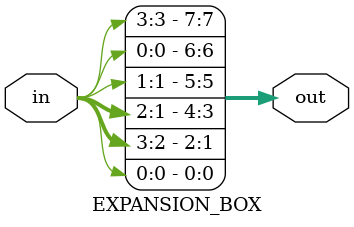
<source format=v>
module EXPANSION_BOX(in,out);
    input [3:0] in;
    output reg [7:0] out;
    always@*
    begin
        out[7] = in[3];
        out[6] = in[0];
        out[5] = in[1];
        out[4] = in[2];
        out[3] = in[1];
        out[2] = in[3];
        out[1] = in[2];
        out[0] = in[0];
    end
endmodule
</source>
